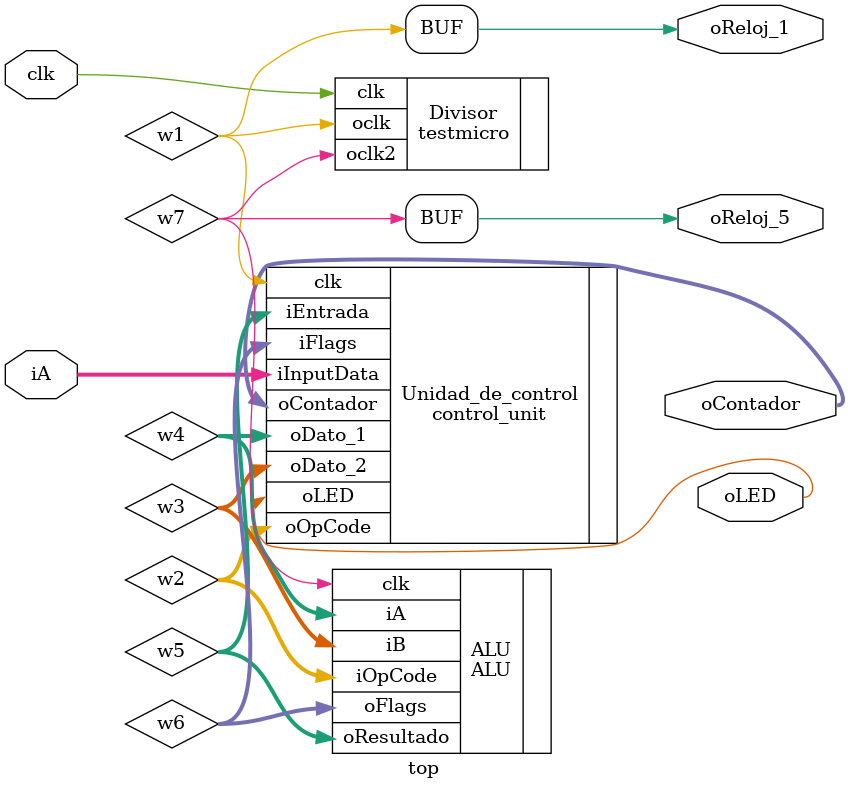
<source format=v>
module top(
	input clk,
	input [3:0] iA,
	output [3:0] oContador, 
	output oLED,
	output oReloj_5,
	output oReloj_1
);
assign oReloj_5=w7;
assign oReloj_1=w1;

wire w1;
wire [3:0] w2;
wire [3:0] w3;
wire [3:0] w4;
wire [3:0] w5;
wire [4:0] w6;
wire w7;

testmicro Divisor(
	.clk(clk),
	.oclk(w1),
	.oclk2(w7)
);


control_unit Unidad_de_control(
	.clk(w1),
	.iEntrada(w5),
	.iFlags(w6),
	.iInputData(iA),
	.oOpCode(w2),
	.oDato_2(w3), 
	.oDato_1(w4),
	.oLED(oLED),
	.oContador(oContador)
);


ALU ALU(
	.clk(w7),
	.iA(w4),
	.iB(w3),
	.iOpCode(w2),
	.oResultado(w5), 
	.oFlags(w6)
);



endmodule

</source>
